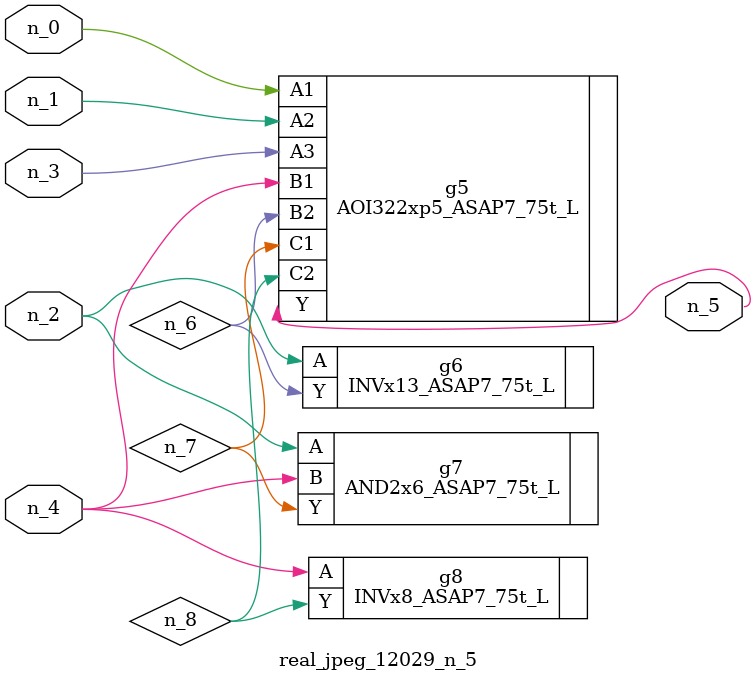
<source format=v>
module real_jpeg_12029_n_5 (n_4, n_0, n_1, n_2, n_3, n_5);

input n_4;
input n_0;
input n_1;
input n_2;
input n_3;

output n_5;

wire n_8;
wire n_6;
wire n_7;

AOI322xp5_ASAP7_75t_L g5 ( 
.A1(n_0),
.A2(n_1),
.A3(n_3),
.B1(n_4),
.B2(n_6),
.C1(n_7),
.C2(n_8),
.Y(n_5)
);

INVx13_ASAP7_75t_L g6 ( 
.A(n_2),
.Y(n_6)
);

AND2x6_ASAP7_75t_L g7 ( 
.A(n_2),
.B(n_4),
.Y(n_7)
);

INVx8_ASAP7_75t_L g8 ( 
.A(n_4),
.Y(n_8)
);


endmodule
</source>
